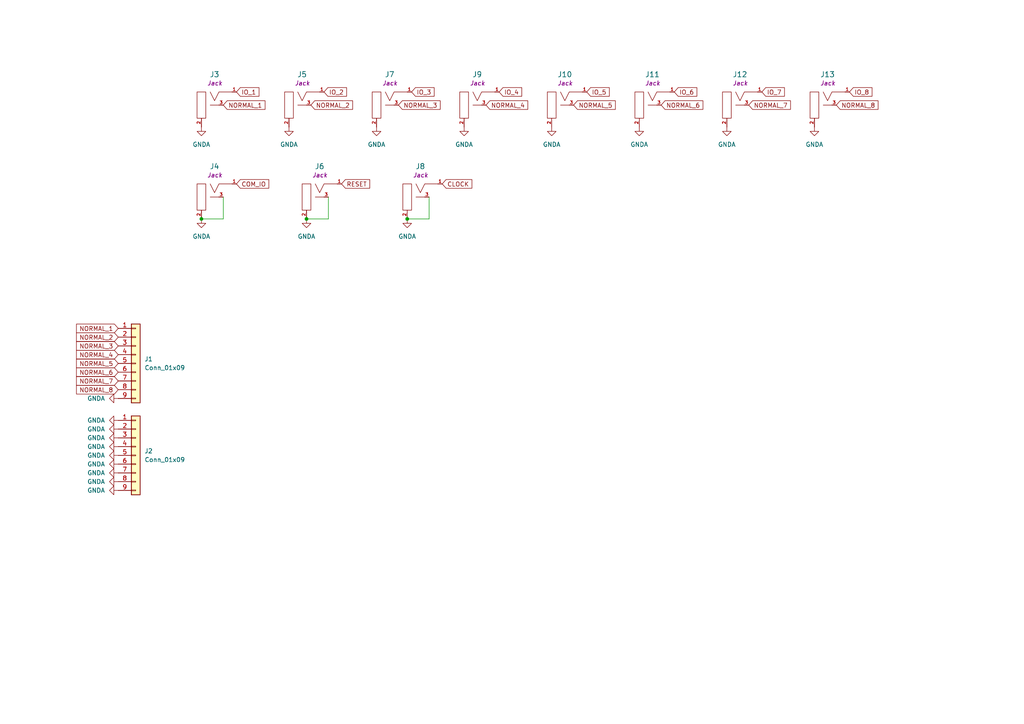
<source format=kicad_sch>
(kicad_sch (version 20231120) (generator "eeschema") (generator_version "8.0")
  (paper "A4")
  (lib_symbols
    (symbol "4ms_Connector:Conn_01x09" (pin_names (offset 1.016) hide)
      (property "Reference" "J" (at 0 12.7 0))
      (property "Value" "Conn_01x09" (at 1.27 -13.97 0))
      (symbol "Conn_01x09_1_1"
        (rectangle (start -1.27 -10.033) (end 0 -10.287) (stroke (width 0.1524)))
        (rectangle (start -1.27 -7.493) (end 0 -7.747) (stroke (width 0.1524)))
        (rectangle (start -1.27 -4.953) (end 0 -5.207) (stroke (width 0.1524)))
        (rectangle (start -1.27 -2.413) (end 0 -2.667) (stroke (width 0.1524)))
        (rectangle (start -1.27 0.127) (end 0 -0.127) (stroke (width 0.1524)))
        (rectangle (start -1.27 2.667) (end 0 2.413) (stroke (width 0.1524)))
        (rectangle (start -1.27 5.207) (end 0 4.953) (stroke (width 0.1524)))
        (rectangle (start -1.27 7.747) (end 0 7.493) (stroke (width 0.1524)))
        (rectangle (start -1.27 10.287) (end 0 10.033) (stroke (width 0.1524)))
        (rectangle (start -1.27 11.43) (end 1.27 -11.43) (stroke (width 0.254)) (fill (type background)))
        (pin passive line (at -5.08 10.16 0) (length 3.81) (name "Pin_1") (number "1"))
        (pin passive line (at -5.08 7.62 0) (length 3.81) (name "Pin_2") (number "2"))
        (pin passive line (at -5.08 5.08 0) (length 3.81) (name "Pin_3") (number "3"))
        (pin passive line (at -5.08 2.54 0) (length 3.81) (name "Pin_4") (number "4"))
        (pin passive line (at -5.08 0 0) (length 3.81) (name "Pin_5") (number "5"))
        (pin passive line (at -5.08 -2.54 0) (length 3.81) (name "Pin_6") (number "6"))
        (pin passive line (at -5.08 -5.08 0) (length 3.81) (name "Pin_7") (number "7"))
        (pin passive line (at -5.08 -7.62 0) (length 3.81) (name "Pin_8") (number "8"))
        (pin passive line (at -5.08 -10.16 0) (length 3.81) (name "Pin_9") (number "9"))
      )
    )
    (symbol "4ms_Jack:3.5mm_Mono_Switched_sm" (pin_names (offset 0) hide)
      (property "Reference" "J" (at -5.334 9.144 0))
      (property "Display" "Jack" (at -4.064 6.858 0))
      (symbol "3.5mm_Mono_Switched_sm_0_0"
        (rectangle (start -6.35 5.08) (end -3.81 -2.54))
        (polyline (pts (xy -2.54 1.27) (xy 0 1.27)))
        (polyline (pts (xy -2.54 5.08) (xy -1.27 2.54) (xy 0 5.08) (xy 3.81 5.08)))
      )
      (symbol "3.5mm_Mono_Switched_sm_1_1"
        (pin passive line (at 5.08 5.08 180) (length 1.27) (name "SIG") (number "1"))
        (pin passive line (at -5.08 -5.08 90) (length 2.54) (name "SHEILD") (number "2"))
        (pin passive line (at 1.27 1.27 180) (length 1.27) (name "SW") (number "3"))
      )
    )
    (symbol "4ms_Power-symbol:GNDA" (power) (pin_numbers hide) (pin_names (offset 0) hide)
      (property "Value" "GNDA" (at 0 -3.81 0))
      (symbol "GNDA_0_1"
        (polyline (pts (xy 0 0) (xy 0 -1.27) (xy 1.27 -1.27) (xy 0 -2.54) (xy -1.27 -1.27) (xy 0 -1.27)))
      )
      (symbol "GNDA_1_1"
        (pin power_in line (at 0 0 270) (length 0) hide (name "GNDA") (number "1"))
      )
    )
  )
  (junction (at 118.11 63.5))
  (junction (at 58.42 63.5))
  (junction (at 88.9 63.5))
  (wire (pts (xy 58.42 63.5) (xy 64.77 63.5)))
  (wire (pts (xy 95.25 57.15) (xy 95.25 63.5)))
  (wire (pts (xy 124.46 57.15) (xy 124.46 63.5)))
  (wire (pts (xy 88.9 63.5) (xy 95.25 63.5)))
  (wire (pts (xy 118.11 63.5) (xy 124.46 63.5)))
  (wire (pts (xy 64.77 57.15) (xy 64.77 63.5)))
  (global_label "IO_6" (shape input) (at 195.58 26.67 0) (property "Intersheetrefs" "${INTERSHEET_REFS}" (effects (hide yes))))
  (global_label "IO_3" (shape input) (at 119.38 26.67 0) (property "Intersheetrefs" "${INTERSHEET_REFS}" (effects (hide yes))))
  (global_label "IO_8" (shape input) (at 246.38 26.67 0) (property "Intersheetrefs" "${INTERSHEET_REFS}" (effects (hide yes))))
  (global_label "NORMAL_2" (shape input) (at 34.29 97.79 180) (property "Intersheetrefs" "${INTERSHEET_REFS}" (effects (hide yes))))
  (global_label "NORMAL_5" (shape input) (at 166.37 30.48 0) (property "Intersheetrefs" "${INTERSHEET_REFS}" (effects (hide yes))))
  (global_label "IO_5" (shape input) (at 170.18 26.67 0) (property "Intersheetrefs" "${INTERSHEET_REFS}" (effects (hide yes))))
  (global_label "NORMAL_3" (shape input) (at 34.29 100.33 180) (property "Intersheetrefs" "${INTERSHEET_REFS}" (effects (hide yes))))
  (global_label "NORMAL_6" (shape input) (at 34.29 107.95 180) (property "Intersheetrefs" "${INTERSHEET_REFS}" (effects (hide yes))))
  (global_label "NORMAL_8" (shape input) (at 242.57 30.48 0) (property "Intersheetrefs" "${INTERSHEET_REFS}" (effects (hide yes))))
  (global_label "NORMAL_1" (shape input) (at 64.77 30.48 0) (property "Intersheetrefs" "${INTERSHEET_REFS}" (effects (hide yes))))
  (global_label "IO_2" (shape input) (at 93.98 26.67 0) (property "Intersheetrefs" "${INTERSHEET_REFS}" (effects (hide yes))))
  (global_label "IO_7" (shape input) (at 220.98 26.67 0) (property "Intersheetrefs" "${INTERSHEET_REFS}" (effects (hide yes))))
  (global_label "NORMAL_7" (shape input) (at 217.17 30.48 0) (property "Intersheetrefs" "${INTERSHEET_REFS}" (effects (hide yes))))
  (global_label "NORMAL_4" (shape input) (at 34.29 102.87 180) (property "Intersheetrefs" "${INTERSHEET_REFS}" (effects (hide yes))))
  (global_label "NORMAL_8" (shape input) (at 34.29 113.03 180) (property "Intersheetrefs" "${INTERSHEET_REFS}" (effects (hide yes))))
  (global_label "NORMAL_3" (shape input) (at 115.57 30.48 0) (property "Intersheetrefs" "${INTERSHEET_REFS}" (effects (hide yes))))
  (global_label "NORMAL_7" (shape input) (at 34.29 110.49 180) (property "Intersheetrefs" "${INTERSHEET_REFS}" (effects (hide yes))))
  (global_label "RESET" (shape input) (at 99.06 53.34 0) (property "Intersheetrefs" "${INTERSHEET_REFS}" (effects (hide yes))))
  (global_label "COM_IO" (shape input) (at 68.58 53.34 0) (property "Intersheetrefs" "${INTERSHEET_REFS}" (effects (hide yes))))
  (global_label "NORMAL_6" (shape input) (at 191.77 30.48 0) (property "Intersheetrefs" "${INTERSHEET_REFS}" (effects (hide yes))))
  (global_label "IO_4" (shape input) (at 144.78 26.67 0) (property "Intersheetrefs" "${INTERSHEET_REFS}" (effects (hide yes))))
  (global_label "IO_1" (shape input) (at 68.58 26.67 0) (property "Intersheetrefs" "${INTERSHEET_REFS}" (effects (hide yes))))
  (global_label "NORMAL_2" (shape input) (at 90.17 30.48 0) (property "Intersheetrefs" "${INTERSHEET_REFS}" (effects (hide yes))))
  (global_label "NORMAL_1" (shape input) (at 34.29 95.25 180) (property "Intersheetrefs" "${INTERSHEET_REFS}" (effects (hide yes))))
  (global_label "NORMAL_4" (shape input) (at 140.97 30.48 0) (property "Intersheetrefs" "${INTERSHEET_REFS}" (effects (hide yes))))
  (global_label "CLOCK" (shape input) (at 128.27 53.34 0) (property "Intersheetrefs" "${INTERSHEET_REFS}" (effects (hide yes))))
  (global_label "NORMAL_5" (shape input) (at 34.29 105.41 180) (property "Intersheetrefs" "${INTERSHEET_REFS}" (effects (hide yes))))
  (symbol (lib_id "4ms_Power-symbol:GNDA") (at 34.29 142.24 270) (unit 1)
    (property "Reference" "#PWR028" (effects (hide yes)))
    (property "Value" "GNDA" (at 30.48 142.2399 90) (effects (justify right)))
    (property "Description" "(analog) ground power-flag symbol" (effects (hide yes)))
  )
  (symbol (lib_id "4ms_Jack:3.5mm_Mono_Switched_sm") (at 139.7 31.75 0) (unit 1)
    (property "Reference" "J9" (at 138.43 21.59 0) (effects (font (size 1.524 1.524))))
    (property "Value" "3.5mm_Mono_Switched_sm" (effects (hide yes)))
    (property "Footprint" "4ms_Jack:EighthInch_PJ398SM" (effects (hide yes)))
    (property "Description" "Audio 3.5mm Jack, mono, switched, PC-pin Vertical" (effects (hide yes)))
    (property "Specifications" "Audio 3.5mm Jack, mono, switched, PC-pin Vertical" (effects (hide yes)))
    (property "Manufacturer" "Wenzhou QingPu Electronics Co" (effects (hide yes)))
    (property "Part Number" "WQP-WQP518MA" (effects (hide yes)))
    (property "Production Stage" "C" (effects (hide yes)))
    (property "Display" "Jack" (at 138.43 24.13 0) (effects (font (italic yes))))
  )
  (symbol (lib_id "4ms_Jack:3.5mm_Mono_Switched_sm") (at 190.5 31.75 0) (unit 1)
    (property "Reference" "J11" (at 189.23 21.59 0) (effects (font (size 1.524 1.524))))
    (property "Value" "3.5mm_Mono_Switched_sm" (effects (hide yes)))
    (property "Footprint" "4ms_Jack:EighthInch_PJ398SM" (effects (hide yes)))
    (property "Description" "Audio 3.5mm Jack, mono, switched, PC-pin Vertical" (effects (hide yes)))
    (property "Specifications" "Audio 3.5mm Jack, mono, switched, PC-pin Vertical" (effects (hide yes)))
    (property "Manufacturer" "Wenzhou QingPu Electronics Co" (effects (hide yes)))
    (property "Part Number" "WQP-WQP518MA" (effects (hide yes)))
    (property "Production Stage" "C" (effects (hide yes)))
    (property "Display" "Jack" (at 189.23 24.13 0) (effects (font (italic yes))))
  )
  (symbol (lib_id "4ms_Power-symbol:GNDA") (at 88.9 63.5 0) (unit 1)
    (property "Reference" "#PWR032" (effects (hide yes)))
    (property "Value" "GNDA" (at 88.9 68.58 0))
    (property "Description" "(analog) ground power-flag symbol" (effects (hide yes)))
  )
  (symbol (lib_id "4ms_Power-symbol:GNDA") (at 34.29 129.54 270) (unit 1)
    (property "Reference" "#PWR023" (effects (hide yes)))
    (property "Value" "GNDA" (at 30.48 129.5399 90) (effects (justify right)))
    (property "Description" "(analog) ground power-flag symbol" (effects (hide yes)))
  )
  (symbol (lib_id "4ms_Power-symbol:GNDA") (at 34.29 137.16 270) (unit 1)
    (property "Reference" "#PWR026" (effects (hide yes)))
    (property "Value" "GNDA" (at 30.48 137.1599 90) (effects (justify right)))
    (property "Description" "(analog) ground power-flag symbol" (effects (hide yes)))
  )
  (symbol (lib_id "4ms_Power-symbol:GNDA") (at 58.42 36.83 0) (unit 1)
    (property "Reference" "#PWR029" (effects (hide yes)))
    (property "Value" "GNDA" (at 58.42 41.91 0))
    (property "Description" "(analog) ground power-flag symbol" (effects (hide yes)))
  )
  (symbol (lib_id "4ms_Power-symbol:GNDA") (at 185.42 36.83 0) (unit 1)
    (property "Reference" "#PWR037" (effects (hide yes)))
    (property "Value" "GNDA" (at 185.42 41.91 0))
    (property "Description" "(analog) ground power-flag symbol" (effects (hide yes)))
  )
  (symbol (lib_id "4ms_Power-symbol:GNDA") (at 34.29 134.62 270) (unit 1)
    (property "Reference" "#PWR025" (effects (hide yes)))
    (property "Value" "GNDA" (at 30.48 134.6199 90) (effects (justify right)))
    (property "Description" "(analog) ground power-flag symbol" (effects (hide yes)))
  )
  (symbol (lib_id "4ms_Power-symbol:GNDA") (at 34.29 139.7 270) (unit 1)
    (property "Reference" "#PWR027" (effects (hide yes)))
    (property "Value" "GNDA" (at 30.48 139.6999 90) (effects (justify right)))
    (property "Description" "(analog) ground power-flag symbol" (effects (hide yes)))
  )
  (symbol (lib_id "4ms_Power-symbol:GNDA") (at 160.02 36.83 0) (unit 1)
    (property "Reference" "#PWR036" (effects (hide yes)))
    (property "Value" "GNDA" (at 160.02 41.91 0))
    (property "Description" "(analog) ground power-flag symbol" (effects (hide yes)))
  )
  (symbol (lib_id "4ms_Power-symbol:GNDA") (at 134.62 36.83 0) (unit 1)
    (property "Reference" "#PWR035" (effects (hide yes)))
    (property "Value" "GNDA" (at 134.62 41.91 0))
    (property "Description" "(analog) ground power-flag symbol" (effects (hide yes)))
  )
  (symbol (lib_id "4ms_Connector:Conn_01x09") (at 39.37 132.08 0) (unit 1)
    (property "Reference" "J2" (at 41.91 130.8099 0) (effects (justify left)))
    (property "Value" "Conn_01x09" (at 41.91 133.3499 0) (effects (justify left)))
    (property "Footprint" "4ms_Connector:Pins_1x09_2.54mm_TH" (effects (hide yes)))
    (property "Description" "HEADER 1x9 MALE PINS 0.100” 180deg" (effects (hide yes)))
    (property "Specifications" "HEADER 1x6 MALE PINS 0.100” 180deg" (effects (hide yes)))
    (property "Manufacturer" "TAD" (effects (hide yes)))
    (property "Part Number" "1-0901FBV0T" (effects (hide yes)))
    (property "Production Stage" "B" (effects (hide yes)))
  )
  (symbol (lib_id "4ms_Power-symbol:GNDA") (at 83.82 36.83 0) (unit 1)
    (property "Reference" "#PWR031" (effects (hide yes)))
    (property "Value" "GNDA" (at 83.82 41.91 0))
    (property "Description" "(analog) ground power-flag symbol" (effects (hide yes)))
  )
  (symbol (lib_id "4ms_Jack:3.5mm_Mono_Switched_sm") (at 93.98 58.42 0) (unit 1)
    (property "Reference" "J6" (at 92.71 48.26 0) (effects (font (size 1.524 1.524))))
    (property "Value" "3.5mm_Mono_Switched_sm" (effects (hide yes)))
    (property "Footprint" "4ms_Jack:EighthInch_PJ398SM" (effects (hide yes)))
    (property "Description" "Audio 3.5mm Jack, mono, switched, PC-pin Vertical" (effects (hide yes)))
    (property "Specifications" "Audio 3.5mm Jack, mono, switched, PC-pin Vertical" (effects (hide yes)))
    (property "Manufacturer" "Wenzhou QingPu Electronics Co" (effects (hide yes)))
    (property "Part Number" "WQP-WQP518MA" (effects (hide yes)))
    (property "Production Stage" "C" (effects (hide yes)))
    (property "Display" "Jack" (at 92.71 50.8 0) (effects (font (italic yes))))
  )
  (symbol (lib_id "4ms_Power-symbol:GNDA") (at 34.29 115.57 270) (unit 1)
    (property "Reference" "#PWR019" (effects (hide yes)))
    (property "Value" "GNDA" (at 30.48 115.5699 90) (effects (justify right)))
    (property "Description" "(analog) ground power-flag symbol" (effects (hide yes)))
  )
  (symbol (lib_id "4ms_Jack:3.5mm_Mono_Switched_sm") (at 165.1 31.75 0) (unit 1)
    (property "Reference" "J10" (at 163.83 21.59 0) (effects (font (size 1.524 1.524))))
    (property "Value" "3.5mm_Mono_Switched_sm" (effects (hide yes)))
    (property "Footprint" "4ms_Jack:EighthInch_PJ398SM" (effects (hide yes)))
    (property "Description" "Audio 3.5mm Jack, mono, switched, PC-pin Vertical" (effects (hide yes)))
    (property "Specifications" "Audio 3.5mm Jack, mono, switched, PC-pin Vertical" (effects (hide yes)))
    (property "Manufacturer" "Wenzhou QingPu Electronics Co" (effects (hide yes)))
    (property "Part Number" "WQP-WQP518MA" (effects (hide yes)))
    (property "Production Stage" "C" (effects (hide yes)))
    (property "Display" "Jack" (at 163.83 24.13 0) (effects (font (italic yes))))
  )
  (symbol (lib_id "4ms_Power-symbol:GNDA") (at 34.29 127 270) (unit 1)
    (property "Reference" "#PWR022" (effects (hide yes)))
    (property "Value" "GNDA" (at 30.48 126.9999 90) (effects (justify right)))
    (property "Description" "(analog) ground power-flag symbol" (effects (hide yes)))
  )
  (symbol (lib_id "4ms_Power-symbol:GNDA") (at 118.11 63.5 0) (unit 1)
    (property "Reference" "#PWR034" (effects (hide yes)))
    (property "Value" "GNDA" (at 118.11 68.58 0))
    (property "Description" "(analog) ground power-flag symbol" (effects (hide yes)))
  )
  (symbol (lib_id "4ms_Jack:3.5mm_Mono_Switched_sm") (at 123.19 58.42 0) (unit 1)
    (property "Reference" "J8" (at 121.92 48.26 0) (effects (font (size 1.524 1.524))))
    (property "Value" "3.5mm_Mono_Switched_sm" (effects (hide yes)))
    (property "Footprint" "4ms_Jack:EighthInch_PJ398SM" (effects (hide yes)))
    (property "Description" "Audio 3.5mm Jack, mono, switched, PC-pin Vertical" (effects (hide yes)))
    (property "Specifications" "Audio 3.5mm Jack, mono, switched, PC-pin Vertical" (effects (hide yes)))
    (property "Manufacturer" "Wenzhou QingPu Electronics Co" (effects (hide yes)))
    (property "Part Number" "WQP-WQP518MA" (effects (hide yes)))
    (property "Production Stage" "C" (effects (hide yes)))
    (property "Display" "Jack" (at 121.92 50.8 0) (effects (font (italic yes))))
  )
  (symbol (lib_id "4ms_Power-symbol:GNDA") (at 210.82 36.83 0) (unit 1)
    (property "Reference" "#PWR038" (effects (hide yes)))
    (property "Value" "GNDA" (at 210.82 41.91 0))
    (property "Description" "(analog) ground power-flag symbol" (effects (hide yes)))
  )
  (symbol (lib_id "4ms_Connector:Conn_01x09") (at 39.37 105.41 0) (unit 1)
    (property "Reference" "J1" (at 41.91 104.1399 0) (effects (justify left)))
    (property "Value" "Conn_01x09" (at 41.91 106.6799 0) (effects (justify left)))
    (property "Footprint" "4ms_Connector:Pins_1x09_2.54mm_TH" (effects (hide yes)))
    (property "Description" "HEADER 1x9 MALE PINS 0.100” 180deg" (effects (hide yes)))
    (property "Specifications" "HEADER 1x6 MALE PINS 0.100” 180deg" (effects (hide yes)))
    (property "Manufacturer" "TAD" (effects (hide yes)))
    (property "Part Number" "1-0901FBV0T" (effects (hide yes)))
    (property "Production Stage" "B" (effects (hide yes)))
  )
  (symbol (lib_id "4ms_Power-symbol:GNDA") (at 109.22 36.83 0) (unit 1)
    (property "Reference" "#PWR033" (effects (hide yes)))
    (property "Value" "GNDA" (at 109.22 41.91 0))
    (property "Description" "(analog) ground power-flag symbol" (effects (hide yes)))
  )
  (symbol (lib_id "4ms_Jack:3.5mm_Mono_Switched_sm") (at 88.9 31.75 0) (unit 1)
    (property "Reference" "J5" (at 87.63 21.59 0) (effects (font (size 1.524 1.524))))
    (property "Value" "3.5mm_Mono_Switched_sm" (effects (hide yes)))
    (property "Footprint" "4ms_Jack:EighthInch_PJ398SM" (effects (hide yes)))
    (property "Description" "Audio 3.5mm Jack, mono, switched, PC-pin Vertical" (effects (hide yes)))
    (property "Specifications" "Audio 3.5mm Jack, mono, switched, PC-pin Vertical" (effects (hide yes)))
    (property "Manufacturer" "Wenzhou QingPu Electronics Co" (effects (hide yes)))
    (property "Part Number" "WQP-WQP518MA" (effects (hide yes)))
    (property "Production Stage" "C" (effects (hide yes)))
    (property "Display" "Jack" (at 87.63 24.13 0) (effects (font (italic yes))))
  )
  (symbol (lib_id "4ms_Power-symbol:GNDA") (at 34.29 132.08 270) (unit 1)
    (property "Reference" "#PWR024" (effects (hide yes)))
    (property "Value" "GNDA" (at 30.48 132.0799 90) (effects (justify right)))
    (property "Description" "(analog) ground power-flag symbol" (effects (hide yes)))
  )
  (symbol (lib_id "4ms_Power-symbol:GNDA") (at 34.29 124.46 270) (unit 1)
    (property "Reference" "#PWR021" (effects (hide yes)))
    (property "Value" "GNDA" (at 30.48 124.4599 90) (effects (justify right)))
    (property "Description" "(analog) ground power-flag symbol" (effects (hide yes)))
  )
  (symbol (lib_id "4ms_Jack:3.5mm_Mono_Switched_sm") (at 215.9 31.75 0) (unit 1)
    (property "Reference" "J12" (at 214.63 21.59 0) (effects (font (size 1.524 1.524))))
    (property "Value" "3.5mm_Mono_Switched_sm" (effects (hide yes)))
    (property "Footprint" "4ms_Jack:EighthInch_PJ398SM" (effects (hide yes)))
    (property "Description" "Audio 3.5mm Jack, mono, switched, PC-pin Vertical" (effects (hide yes)))
    (property "Specifications" "Audio 3.5mm Jack, mono, switched, PC-pin Vertical" (effects (hide yes)))
    (property "Manufacturer" "Wenzhou QingPu Electronics Co" (effects (hide yes)))
    (property "Part Number" "WQP-WQP518MA" (effects (hide yes)))
    (property "Production Stage" "C" (effects (hide yes)))
    (property "Display" "Jack" (at 214.63 24.13 0) (effects (font (italic yes))))
  )
  (symbol (lib_id "4ms_Jack:3.5mm_Mono_Switched_sm") (at 63.5 31.75 0) (unit 1)
    (property "Reference" "J3" (at 62.23 21.59 0) (effects (font (size 1.524 1.524))))
    (property "Value" "3.5mm_Mono_Switched_sm" (effects (hide yes)))
    (property "Footprint" "4ms_Jack:EighthInch_PJ398SM" (effects (hide yes)))
    (property "Description" "Audio 3.5mm Jack, mono, switched, PC-pin Vertical" (effects (hide yes)))
    (property "Specifications" "Audio 3.5mm Jack, mono, switched, PC-pin Vertical" (effects (hide yes)))
    (property "Manufacturer" "Wenzhou QingPu Electronics Co" (effects (hide yes)))
    (property "Part Number" "WQP-WQP518MA" (effects (hide yes)))
    (property "Production Stage" "C" (effects (hide yes)))
    (property "Display" "Jack" (at 62.23 24.13 0) (effects (font (italic yes))))
  )
  (symbol (lib_id "4ms_Jack:3.5mm_Mono_Switched_sm") (at 63.5 58.42 0) (unit 1)
    (property "Reference" "J4" (at 62.23 48.26 0) (effects (font (size 1.524 1.524))))
    (property "Value" "3.5mm_Mono_Switched_sm" (effects (hide yes)))
    (property "Footprint" "4ms_Jack:EighthInch_PJ398SM" (effects (hide yes)))
    (property "Description" "Audio 3.5mm Jack, mono, switched, PC-pin Vertical" (effects (hide yes)))
    (property "Specifications" "Audio 3.5mm Jack, mono, switched, PC-pin Vertical" (effects (hide yes)))
    (property "Manufacturer" "Wenzhou QingPu Electronics Co" (effects (hide yes)))
    (property "Part Number" "WQP-WQP518MA" (effects (hide yes)))
    (property "Production Stage" "C" (effects (hide yes)))
    (property "Display" "Jack" (at 62.23 50.8 0) (effects (font (italic yes))))
  )
  (symbol (lib_id "4ms_Jack:3.5mm_Mono_Switched_sm") (at 241.3 31.75 0) (unit 1)
    (property "Reference" "J13" (at 240.03 21.59 0) (effects (font (size 1.524 1.524))))
    (property "Value" "3.5mm_Mono_Switched_sm" (effects (hide yes)))
    (property "Footprint" "4ms_Jack:EighthInch_PJ398SM" (effects (hide yes)))
    (property "Description" "Audio 3.5mm Jack, mono, switched, PC-pin Vertical" (effects (hide yes)))
    (property "Specifications" "Audio 3.5mm Jack, mono, switched, PC-pin Vertical" (effects (hide yes)))
    (property "Manufacturer" "Wenzhou QingPu Electronics Co" (effects (hide yes)))
    (property "Part Number" "WQP-WQP518MA" (effects (hide yes)))
    (property "Production Stage" "C" (effects (hide yes)))
    (property "Display" "Jack" (at 240.03 24.13 0) (effects (font (italic yes))))
  )
  (symbol (lib_id "4ms_Power-symbol:GNDA") (at 34.29 121.92 270) (unit 1)
    (property "Reference" "#PWR020" (effects (hide yes)))
    (property "Value" "GNDA" (at 30.48 121.9199 90) (effects (justify right)))
    (property "Description" "(analog) ground power-flag symbol" (effects (hide yes)))
  )
  (symbol (lib_id "4ms_Jack:3.5mm_Mono_Switched_sm") (at 114.3 31.75 0) (unit 1)
    (property "Reference" "J7" (at 113.03 21.59 0) (effects (font (size 1.524 1.524))))
    (property "Value" "3.5mm_Mono_Switched_sm" (effects (hide yes)))
    (property "Footprint" "4ms_Jack:EighthInch_PJ398SM" (effects (hide yes)))
    (property "Description" "Audio 3.5mm Jack, mono, switched, PC-pin Vertical" (effects (hide yes)))
    (property "Specifications" "Audio 3.5mm Jack, mono, switched, PC-pin Vertical" (effects (hide yes)))
    (property "Manufacturer" "Wenzhou QingPu Electronics Co" (effects (hide yes)))
    (property "Part Number" "WQP-WQP518MA" (effects (hide yes)))
    (property "Production Stage" "C" (effects (hide yes)))
    (property "Display" "Jack" (at 113.03 24.13 0) (effects (font (italic yes))))
  )
  (symbol (lib_id "4ms_Power-symbol:GNDA") (at 236.22 36.83 0) (unit 1)
    (property "Reference" "#PWR039" (effects (hide yes)))
    (property "Value" "GNDA" (at 236.22 41.91 0))
    (property "Description" "(analog) ground power-flag symbol" (effects (hide yes)))
  )
  (symbol (lib_id "4ms_Power-symbol:GNDA") (at 58.42 63.5 0) (unit 1)
    (property "Reference" "#PWR030" (effects (hide yes)))
    (property "Value" "GNDA" (at 58.42 68.58 0))
    (property "Description" "(analog) ground power-flag symbol" (effects (hide yes)))
  )
)
</source>
